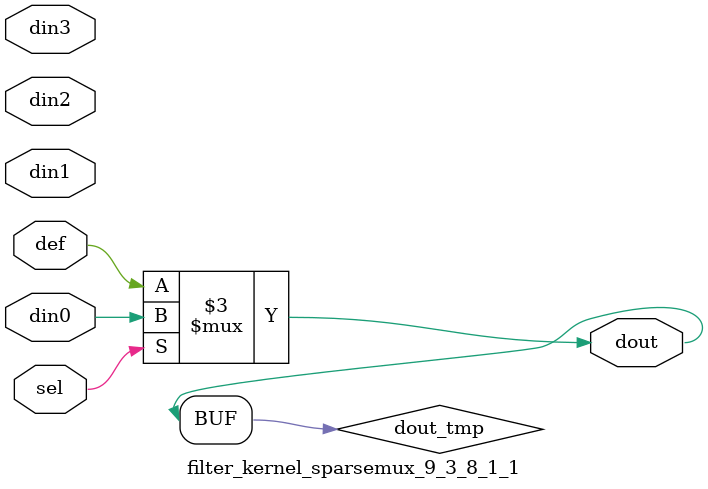
<source format=v>
`timescale 1ns / 1ps

module filter_kernel_sparsemux_9_3_8_1_1 (din0,din1,din2,din3,def,sel,dout);

parameter din0_WIDTH = 1;

parameter din1_WIDTH = 1;

parameter din2_WIDTH = 1;

parameter din3_WIDTH = 1;

parameter def_WIDTH = 1;
parameter sel_WIDTH = 1;
parameter dout_WIDTH = 1;

parameter [sel_WIDTH-1:0] CASE0 = 1;

parameter [sel_WIDTH-1:0] CASE1 = 1;

parameter [sel_WIDTH-1:0] CASE2 = 1;

parameter [sel_WIDTH-1:0] CASE3 = 1;

parameter ID = 1;
parameter NUM_STAGE = 1;



input [din0_WIDTH-1:0] din0;

input [din1_WIDTH-1:0] din1;

input [din2_WIDTH-1:0] din2;

input [din3_WIDTH-1:0] din3;

input [def_WIDTH-1:0] def;
input [sel_WIDTH-1:0] sel;

output [dout_WIDTH-1:0] dout;



reg [dout_WIDTH-1:0] dout_tmp;


always @ (*) begin
(* parallel_case *) case (sel)
    
    CASE0 : dout_tmp = din0;
    
    CASE1 : dout_tmp = din1;
    
    CASE2 : dout_tmp = din2;
    
    CASE3 : dout_tmp = din3;
    
    default : dout_tmp = def;
endcase
end


assign dout = dout_tmp;



endmodule

</source>
